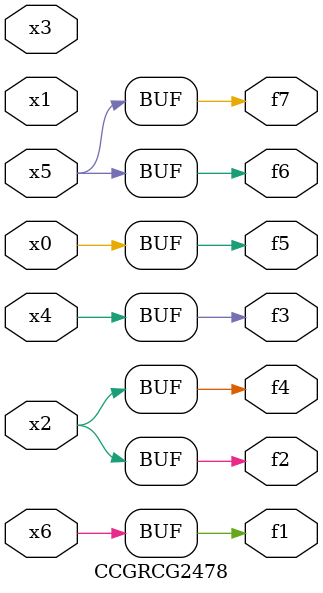
<source format=v>
module CCGRCG2478(
	input x0, x1, x2, x3, x4, x5, x6,
	output f1, f2, f3, f4, f5, f6, f7
);
	assign f1 = x6;
	assign f2 = x2;
	assign f3 = x4;
	assign f4 = x2;
	assign f5 = x0;
	assign f6 = x5;
	assign f7 = x5;
endmodule

</source>
